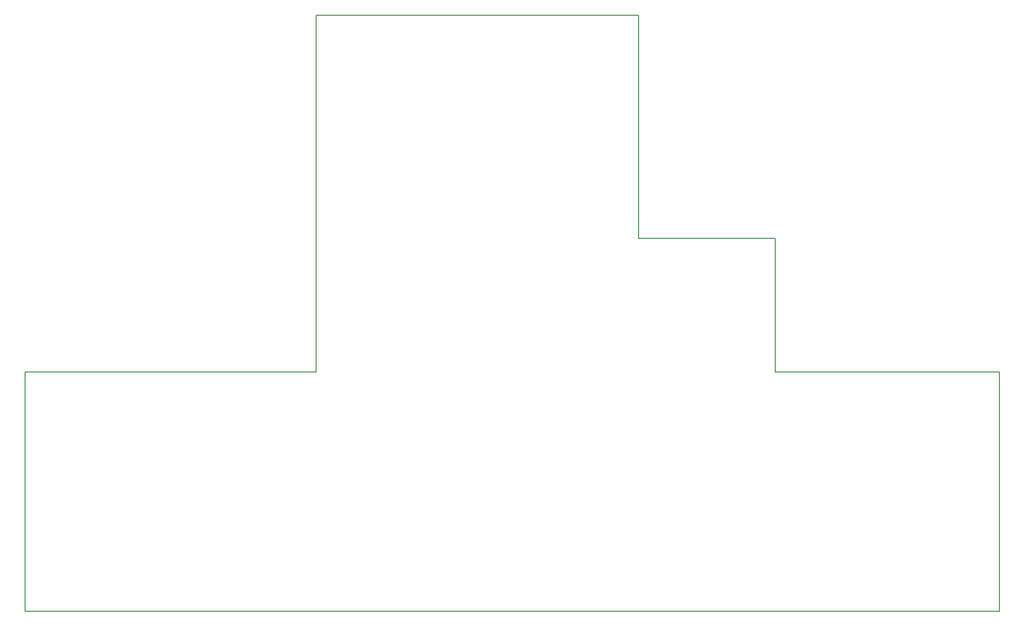
<source format=gm1>
G04 #@! TF.GenerationSoftware,KiCad,Pcbnew,(6.0.6)*
G04 #@! TF.CreationDate,2023-08-23T18:36:25+02:00*
G04 #@! TF.ProjectId,pynq-rpi-ph-adapter,70796e71-2d72-4706-992d-70682d616461,rev?*
G04 #@! TF.SameCoordinates,Original*
G04 #@! TF.FileFunction,Profile,NP*
%FSLAX46Y46*%
G04 Gerber Fmt 4.6, Leading zero omitted, Abs format (unit mm)*
G04 Created by KiCad (PCBNEW (6.0.6)) date 2023-08-23 18:36:25*
%MOMM*%
%LPD*%
G01*
G04 APERTURE LIST*
G04 #@! TA.AperFunction,Profile*
%ADD10C,0.200000*%
G04 #@! TD*
G04 APERTURE END LIST*
D10*
X121600000Y-54500000D02*
X121600000Y-16100000D01*
X121600000Y-16100000D02*
X66000000Y-16100000D01*
X145120000Y-77500000D02*
X145120000Y-54500000D01*
X145120000Y-54500000D02*
X121600000Y-54500000D01*
X66000000Y-77500000D02*
X66000000Y-16100000D01*
X183700000Y-118800000D02*
X15900000Y-118800000D01*
X183700000Y-118800000D02*
X183700000Y-77500000D01*
X183700000Y-77500000D02*
X145120000Y-77500000D01*
X15900000Y-118800000D02*
X15900000Y-77500000D01*
X66000000Y-77500000D02*
X15900000Y-77500000D01*
M02*

</source>
